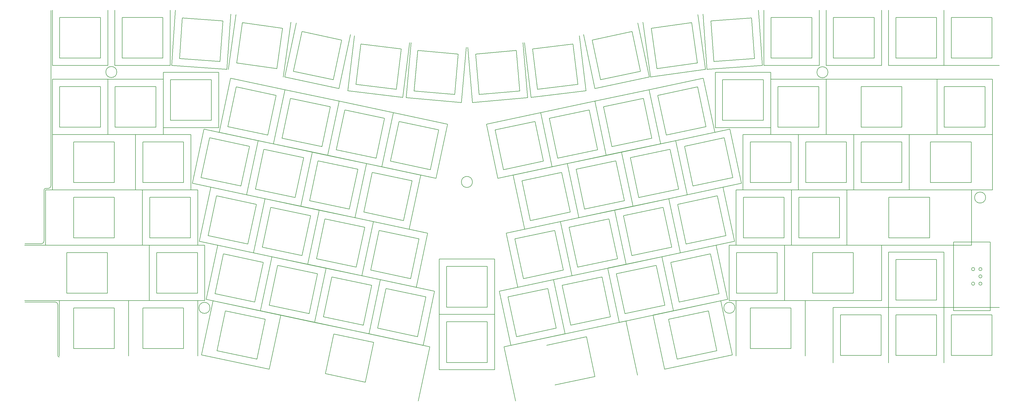
<source format=gbr>
%TF.GenerationSoftware,KiCad,Pcbnew,7.0.10*%
%TF.CreationDate,2024-01-28T19:05:54+01:00*%
%TF.ProjectId,Wonderland,576f6e64-6572-46c6-916e-642e6b696361,rev?*%
%TF.SameCoordinates,Original*%
%TF.FileFunction,Other,Comment*%
%FSLAX46Y46*%
G04 Gerber Fmt 4.6, Leading zero omitted, Abs format (unit mm)*
G04 Created by KiCad (PCBNEW 7.0.10) date 2024-01-28 19:05:54*
%MOMM*%
%LPD*%
G01*
G04 APERTURE LIST*
%ADD10C,0.200000*%
%ADD11C,0.150000*%
G04 APERTURE END LIST*
D10*
X173288785Y-167232303D02*
X173288785Y-181232303D01*
X359788064Y-142023072D02*
X357839641Y-128159319D01*
X439369751Y-205188553D02*
X458419751Y-205188553D01*
X199626285Y-183757303D02*
X180576285Y-183757303D01*
X185338785Y-202807303D02*
X185338785Y-221857303D01*
X351233486Y-129235999D02*
X354144250Y-142930066D01*
X436988501Y-202807303D02*
X436988501Y-221857303D01*
X427319751Y-205332303D02*
X427319751Y-219332303D01*
X271953485Y-135221987D02*
X270247314Y-149117633D01*
X415413501Y-148182303D02*
X415413501Y-162182303D01*
X171051285Y-140894803D02*
X152001285Y-140894803D01*
X403651001Y-202807303D02*
X436988501Y-202807303D01*
X301494893Y-229144803D02*
X301494893Y-243144803D01*
X311427079Y-135758988D02*
X312647259Y-149705714D01*
X384101001Y-221423242D02*
X365467289Y-225383960D01*
X262369388Y-194689945D02*
X281003100Y-198650662D01*
X250547901Y-153226033D02*
X246587183Y-171859745D01*
X291509433Y-136979169D02*
X290289253Y-150925894D01*
X332638118Y-147411463D02*
X318742472Y-149117633D01*
X281909761Y-176786381D02*
X268215695Y-173875617D01*
X467944751Y-202807303D02*
X425082251Y-202807303D01*
X424938501Y-181232303D02*
X410938501Y-181232303D01*
X436988501Y-221857303D02*
X403651001Y-221857303D01*
X455894751Y-207713553D02*
X455894751Y-221713553D01*
X185338785Y-221857303D02*
X185338785Y-202807303D01*
X386482251Y-201441503D02*
X367848539Y-205402221D01*
X328199866Y-233305395D02*
X309566154Y-237266113D01*
X439369751Y-224238553D02*
X458419751Y-224238553D01*
X284969893Y-207569803D02*
X304019893Y-207569803D01*
X256027420Y-193341918D02*
X237393709Y-189381200D01*
X475088501Y-164707303D02*
X475088501Y-183757303D01*
X149620035Y-183757303D02*
X182957535Y-183757303D01*
X327586316Y-211378811D02*
X313892250Y-214289575D01*
X250547901Y-153226033D02*
X269181613Y-157186751D01*
X338441885Y-153226033D02*
X342402603Y-171859745D01*
X237756300Y-129235999D02*
X251450367Y-132146763D01*
X284969893Y-226619803D02*
X304019893Y-226619803D01*
X148120035Y-202307335D02*
G75*
G03*
X149120035Y-201307303I-35J1000035D01*
G01*
X180576285Y-164707303D02*
X180576285Y-183757303D01*
X391888501Y-181232303D02*
X391888501Y-167232303D01*
X152001285Y-164707303D02*
X180576285Y-164707303D01*
X319808174Y-157186751D02*
X338441885Y-153226033D01*
X458563501Y-162182303D02*
X458563501Y-148182303D01*
X467944751Y-183757303D02*
X467944751Y-202807303D01*
X405888501Y-167232303D02*
X405888501Y-181232303D01*
X429988501Y-162182303D02*
X429988501Y-148182303D01*
X396007251Y-140894803D02*
X377003656Y-142223664D01*
X326620398Y-194689945D02*
X330581116Y-213323657D01*
X279423632Y-237266113D02*
X260789920Y-233305395D01*
X455894751Y-138369803D02*
X441894751Y-138369803D01*
X458419751Y-140894803D02*
X458419751Y-121844803D01*
X357139049Y-144874911D02*
X338505338Y-148835629D01*
X287494893Y-229144803D02*
X301494893Y-229144803D01*
X221754797Y-183475637D02*
X224665560Y-169781570D01*
X192982535Y-140894803D02*
X194311396Y-121891208D01*
X417938501Y-140894803D02*
X417938501Y-121844803D01*
X178195035Y-221857303D02*
X202007535Y-221857303D01*
X425082251Y-183757303D02*
X425082251Y-202807303D01*
X340450183Y-145840829D02*
X337539420Y-132146763D01*
X399032251Y-124369803D02*
X413032251Y-124369803D01*
X391888501Y-167232303D02*
X405888501Y-167232303D01*
X173288785Y-238382303D02*
X159288785Y-238382303D01*
X461769751Y-201722928D02*
X461769751Y-225322928D01*
X371703394Y-126210896D02*
X373651817Y-140074649D01*
X369793385Y-202407421D02*
X366882621Y-188713355D01*
X227046810Y-189763309D02*
X240740877Y-192674073D01*
X248759482Y-233329657D02*
X262453549Y-236240420D01*
X338505338Y-148835629D02*
X334544620Y-130201917D01*
X218759997Y-185420483D02*
X200126285Y-181459765D01*
X170907535Y-219332303D02*
X156907535Y-219332303D01*
X192626285Y-145801053D02*
X206626285Y-145801053D01*
X405888501Y-224382303D02*
X405888501Y-238382303D01*
X316544013Y-151931532D02*
X314222402Y-133023528D01*
X195677519Y-138552089D02*
X196654110Y-124586192D01*
X226517297Y-223439114D02*
X229428060Y-209745048D01*
X396363501Y-159801053D02*
X382363501Y-159801053D01*
X173288785Y-224382303D02*
X173288785Y-238382303D01*
X427463501Y-164707303D02*
X446513501Y-164707303D01*
X171051285Y-121844803D02*
X171051285Y-140894803D01*
X474944751Y-226763553D02*
X474944751Y-240763553D01*
X349214828Y-209362939D02*
X345254110Y-190729227D01*
X256351668Y-147411463D02*
X258057839Y-133515816D01*
X472563501Y-148182303D02*
X472563501Y-162182303D01*
X319808174Y-157186751D02*
X323768891Y-175820463D01*
X329967566Y-191397072D02*
X316273500Y-194307836D01*
X366269072Y-166786771D02*
X384902784Y-162826053D01*
X401126001Y-205332303D02*
X401126001Y-219332303D01*
X345254110Y-190729227D02*
X363887822Y-186768509D01*
X222720715Y-166786771D02*
X241354426Y-170747488D01*
X441894751Y-207713553D02*
X455894751Y-207713553D01*
X149620035Y-202807303D02*
X149620035Y-183757303D01*
X453801001Y-167232303D02*
X467801001Y-167232303D01*
X260789920Y-233305395D02*
X264750638Y-214671683D01*
X183101285Y-167232303D02*
X197101285Y-167232303D01*
X304019893Y-245669803D02*
X284969893Y-245669803D01*
X363887822Y-186768509D02*
X367848539Y-205402221D01*
X221577651Y-222389160D02*
X207883585Y-219478396D01*
X204087003Y-162826053D02*
X222720715Y-166786771D01*
X219725915Y-168731616D02*
X216815151Y-182425683D01*
X149620035Y-183257335D02*
G75*
G03*
X149120035Y-183757303I-35J-499965D01*
G01*
X239774959Y-209362939D02*
X243735676Y-190729227D01*
X446513501Y-183757303D02*
X446513501Y-164707303D01*
X246116926Y-210710966D02*
X242156209Y-229344678D01*
X382363501Y-159801053D02*
X382363501Y-145801053D01*
X367412135Y-222389160D02*
X364501371Y-208695094D01*
X206031848Y-165820853D02*
X219725915Y-168731616D01*
X227953471Y-167899028D02*
X209319760Y-163938310D01*
X417938501Y-145657303D02*
X456038501Y-145657303D01*
X190101285Y-143276053D02*
X209151285Y-143276053D01*
X339407803Y-169914900D02*
X325713737Y-172825663D01*
X243735676Y-190729227D02*
X239774959Y-209362939D01*
X251450367Y-132146763D02*
X248539603Y-145840829D01*
X329001648Y-174708206D02*
X347635360Y-170747488D01*
X469019751Y-216022929D02*
G75*
G03*
X467919755Y-216022929I-549998J0D01*
G01*
X467919755Y-216022929D02*
G75*
G03*
X469019751Y-216022929I549998J0D01*
G01*
X477469751Y-140894803D02*
X458419751Y-140894803D01*
X354144250Y-142930066D02*
X340450183Y-145840829D01*
X471519751Y-213522927D02*
G75*
G03*
X470419749Y-213522927I-550001J0D01*
G01*
X470419749Y-213522927D02*
G75*
G03*
X471519751Y-213522927I550001J0D01*
G01*
X329001648Y-174708206D02*
X332962366Y-193341918D01*
X237393709Y-189381200D02*
X218759997Y-185420483D01*
X209319760Y-163938310D02*
X213280477Y-145304598D01*
X168526285Y-148182303D02*
X168526285Y-162182303D01*
X149120035Y-201307303D02*
X149120035Y-183757303D01*
X403651001Y-221857303D02*
X403651001Y-202807303D01*
X471519751Y-211022928D02*
G75*
G03*
X470419751Y-211022928I-550000J0D01*
G01*
X470419751Y-211022928D02*
G75*
G03*
X471519751Y-211022928I550000J0D01*
G01*
X403651001Y-202807303D02*
X403651001Y-221857303D01*
X197101285Y-238382303D02*
X183101285Y-238382303D01*
X413319751Y-219332303D02*
X413319751Y-205332303D01*
X261403470Y-211378811D02*
X264314234Y-197684744D01*
X314328654Y-197302636D02*
X310367936Y-178668924D01*
X348778423Y-226349878D02*
X345867660Y-212655811D01*
X456038501Y-164707303D02*
X456038501Y-145657303D01*
X175957535Y-124369803D02*
X189957535Y-124369803D01*
X370229789Y-185420483D02*
X366269072Y-166786771D01*
X332525962Y-210328857D02*
X329615198Y-196634790D01*
X460944751Y-124369803D02*
X474944751Y-124369803D01*
X364324226Y-169781570D02*
X367234990Y-183475637D01*
X441894751Y-124369803D02*
X455894751Y-124369803D01*
X380140284Y-202789530D02*
X384101001Y-221423242D01*
X245151008Y-227399832D02*
X248061772Y-213705765D01*
X427463501Y-164707303D02*
X427463501Y-183757303D01*
X292584576Y-153661354D02*
X273607067Y-152001037D01*
X224488415Y-208695094D02*
X221577651Y-222389160D01*
X237393709Y-189381200D02*
X241354426Y-170747488D01*
X403651001Y-221857303D02*
X384601001Y-221857303D01*
X453513501Y-200282303D02*
X439513501Y-200282303D01*
X159288785Y-238382303D02*
X159288785Y-224382303D01*
X336497040Y-156220833D02*
X339407803Y-169914900D01*
X283854607Y-179781181D02*
X265220895Y-175820463D01*
X422844751Y-240763553D02*
X422844751Y-226763553D01*
X231914189Y-149265316D02*
X227953471Y-167899028D01*
X258408670Y-213323657D02*
X239774959Y-209362939D01*
X455894751Y-226763553D02*
X455894751Y-240763553D01*
X446513501Y-164707303D02*
X475088501Y-164707303D01*
X377003656Y-142223664D02*
X375674795Y-123220069D01*
X396507251Y-140894803D02*
X396507251Y-121844803D01*
X199482535Y-200282303D02*
X185482535Y-200282303D01*
X388863501Y-181459765D02*
X370229789Y-185420483D01*
X231150145Y-128159319D02*
X229201722Y-142023072D01*
X406032251Y-202807303D02*
X406032251Y-183757303D01*
X355130752Y-152260115D02*
X358041515Y-165954182D01*
X453801001Y-181232303D02*
X453801001Y-167232303D01*
X373651817Y-140074649D02*
X359788064Y-142023072D01*
X386982251Y-183757303D02*
X406032251Y-183757303D01*
X183101285Y-181232303D02*
X183101285Y-167232303D01*
X159288785Y-167232303D02*
X173288785Y-167232303D01*
X239774959Y-209362939D02*
X221141247Y-205402221D01*
X287494893Y-243144803D02*
X287494893Y-229144803D01*
X187576285Y-148182303D02*
X187576285Y-162182303D01*
X182957535Y-202807303D02*
X149620035Y-202807303D01*
X330931947Y-133515816D02*
X332638118Y-147411463D01*
X364501371Y-208695094D02*
X378195438Y-205784330D01*
X210620007Y-125562783D02*
X209643416Y-139528680D01*
X327233948Y-216616529D02*
X340928014Y-213705765D01*
X362472490Y-223439114D02*
X348778423Y-226349878D01*
X304019893Y-226619803D02*
X304019893Y-245669803D01*
X200126285Y-181459765D02*
X204087003Y-162826053D01*
X436844751Y-226763553D02*
X436844751Y-240763553D01*
X273607067Y-152001037D02*
X275267384Y-133023528D01*
X211492059Y-225408221D02*
X225186125Y-228318985D01*
X401126001Y-219332303D02*
X387126001Y-219332303D01*
X192482535Y-121844803D02*
X192482535Y-140894803D01*
X205502335Y-199496658D02*
X208413098Y-185802591D01*
X238359627Y-172692334D02*
X235448863Y-186386401D01*
X237830113Y-206368139D02*
X224136047Y-203457375D01*
X441894751Y-138369803D02*
X441894751Y-124369803D01*
X422557251Y-200282303D02*
X408557251Y-200282303D01*
X446513501Y-164707303D02*
X446513501Y-183757303D01*
X277042382Y-217284374D02*
X258408670Y-213323657D01*
X460944751Y-240763553D02*
X460944751Y-226763553D01*
X225101965Y-186768509D02*
X221141247Y-205402221D01*
X366882621Y-188713355D02*
X380576688Y-185802591D01*
X378195438Y-205784330D02*
X381106202Y-219478396D01*
X213314991Y-123220069D02*
X211986130Y-142223664D01*
X357075597Y-149265316D02*
X361036315Y-167899028D01*
X384601001Y-202807303D02*
X403651001Y-202807303D01*
X216815151Y-182425683D02*
X203121085Y-179514919D01*
X366269072Y-166786771D02*
X370229789Y-185420483D01*
X389363501Y-183757303D02*
X389363501Y-164707303D01*
X332962366Y-193341918D02*
X314328654Y-197302636D01*
X173432535Y-140894803D02*
X173432535Y-121844803D01*
X274767384Y-133023528D02*
X272445773Y-151931532D01*
X229428060Y-209745048D02*
X243122127Y-212655811D01*
X262453549Y-236240420D02*
X259542785Y-249934487D01*
X263276049Y-172825663D02*
X249581983Y-169914900D01*
X180576285Y-164707303D02*
X199626285Y-164707303D01*
X183101285Y-224382303D02*
X197101285Y-224382303D01*
X386982251Y-221857303D02*
X410794751Y-221857303D01*
X425082251Y-183757303D02*
X467944751Y-183757303D01*
X471519751Y-216022927D02*
G75*
G03*
X470419753Y-216022927I-549999J0D01*
G01*
X470419753Y-216022927D02*
G75*
G03*
X471519751Y-216022927I549999J0D01*
G01*
X209151285Y-162326053D02*
X190101285Y-162326053D01*
X458419751Y-121844803D02*
X458419751Y-140894803D01*
X474319751Y-225322928D02*
X474319751Y-201722928D01*
X262369388Y-194689945D02*
X258408670Y-213323657D01*
X283384350Y-218632401D02*
X279423632Y-237266113D01*
X154526285Y-124369803D02*
X168526285Y-124369803D01*
X224665560Y-169781570D02*
X238359627Y-172692334D01*
X246116926Y-210710966D02*
X264750638Y-214671683D01*
X242156209Y-229344678D02*
X246116926Y-210710966D01*
X171051285Y-164707303D02*
X152001285Y-164707303D01*
X173288785Y-181232303D02*
X159288785Y-181232303D01*
X408413501Y-183757303D02*
X389363501Y-183757303D01*
X277562707Y-135758988D02*
X291509433Y-136979169D01*
X256993338Y-176653052D02*
X254082575Y-190347118D01*
X410794751Y-221857303D02*
X410794751Y-240907303D01*
X301174462Y-161147469D02*
X319808174Y-157186751D01*
X321877810Y-237230600D02*
X335571876Y-234319836D01*
X439369751Y-140894803D02*
X439369751Y-121844803D01*
X391888501Y-238382303D02*
X391888501Y-224382303D01*
X281003100Y-198650662D02*
X277042382Y-217284374D01*
X213280477Y-145304598D02*
X231914189Y-149265316D01*
X335571876Y-234319836D02*
X338482640Y-248013902D01*
X256463825Y-210328857D02*
X242769758Y-207418093D01*
X406032251Y-183757303D02*
X425082251Y-183757303D01*
X316273500Y-194307836D02*
X313362736Y-180613770D01*
X347635360Y-170747488D02*
X351596078Y-189381200D01*
X246587183Y-171859745D02*
X250547901Y-153226033D01*
X406032251Y-202807303D02*
X386982251Y-202807303D01*
X296405210Y-153661354D02*
X294744893Y-134683845D01*
X266186813Y-159131597D02*
X263276049Y-172825663D01*
X287494893Y-210094803D02*
X301494893Y-210094803D01*
X353178332Y-126241200D02*
X357139049Y-144874911D01*
X471519751Y-216022928D02*
G75*
G03*
X470419751Y-216022928I-550000J0D01*
G01*
X470419751Y-216022928D02*
G75*
G03*
X471519751Y-216022928I550000J0D01*
G01*
X244642337Y-168864946D02*
X230948271Y-165954182D01*
X242769758Y-207418093D02*
X245680522Y-193724027D01*
X349162792Y-228849588D02*
X353123509Y-247483300D01*
X358479648Y-226869229D02*
X381771787Y-221918332D01*
X410938501Y-167232303D02*
X424938501Y-167232303D01*
X241354426Y-170747488D02*
X259988138Y-174708206D01*
X197101285Y-181232303D02*
X183101285Y-181232303D01*
X253537769Y-149609922D02*
X255859380Y-130701917D01*
X284969893Y-245669803D02*
X284969893Y-226619803D01*
X385868702Y-179514919D02*
X372174635Y-182425683D01*
X382363501Y-145801053D02*
X396363501Y-145801053D01*
X261932984Y-177703006D02*
X275627050Y-180613770D01*
X350630160Y-172692334D02*
X364324226Y-169781570D01*
X189957535Y-138369803D02*
X175957535Y-138369803D01*
X275627050Y-180613770D02*
X272716287Y-194307836D01*
X348601278Y-187436355D02*
X334907212Y-190347118D01*
X391888501Y-224382303D02*
X405888501Y-224382303D01*
X287494893Y-224094803D02*
X287494893Y-210094803D01*
X381106202Y-219478396D02*
X367412135Y-222389160D01*
X376675227Y-161993464D02*
X362981161Y-164904228D01*
X398888501Y-164707303D02*
X398888501Y-145657303D01*
X151501285Y-182257303D02*
X151501285Y-121944803D01*
X241354426Y-170747488D02*
X237393709Y-189381200D01*
X467801001Y-181232303D02*
X453801001Y-181232303D01*
X469019751Y-216022928D02*
G75*
G03*
X467919751Y-216022928I-550000J0D01*
G01*
X467919751Y-216022928D02*
G75*
G03*
X469019751Y-216022928I550000J0D01*
G01*
X323768891Y-175820463D02*
X319808174Y-157186751D01*
X345690514Y-173742288D02*
X348601278Y-187436355D01*
X413319751Y-205332303D02*
X427319751Y-205332303D01*
X206626285Y-145801053D02*
X206626285Y-159801053D01*
X260789920Y-233305395D02*
X242156209Y-229344678D01*
X434463501Y-124369803D02*
X434463501Y-138369803D01*
X187863785Y-205332303D02*
X201863785Y-205332303D01*
X245680522Y-193724027D02*
X259374588Y-196634790D01*
X325205066Y-231360550D02*
X311511000Y-234271313D01*
X342872860Y-210710966D02*
X361506572Y-206750248D01*
X427463501Y-183757303D02*
X408413501Y-183757303D01*
X370229789Y-185420483D02*
X351596078Y-189381200D01*
X159288785Y-181232303D02*
X159288785Y-167232303D01*
X413032251Y-124369803D02*
X413032251Y-138369803D01*
X152001285Y-140894803D02*
X152001285Y-121844803D01*
X420463501Y-138369803D02*
X420463501Y-124369803D01*
X173576285Y-148182303D02*
X187576285Y-148182303D01*
X171051285Y-164707303D02*
X171051285Y-145657303D01*
X420319751Y-243288553D02*
X420319751Y-224238553D01*
X427319751Y-219332303D02*
X413319751Y-219332303D01*
X351596078Y-189381200D02*
X332962366Y-193341918D01*
X217286393Y-126210896D02*
X231150145Y-128159319D01*
X171051285Y-145657303D02*
X171051285Y-164707303D01*
X183101285Y-238382303D02*
X183101285Y-224382303D01*
X207883585Y-219478396D02*
X210794348Y-205784330D01*
X349214828Y-209362939D02*
X330581116Y-213323657D01*
X249581983Y-169914900D02*
X252492747Y-156220833D01*
X382957938Y-165820853D02*
X385868702Y-179514919D01*
X443988501Y-148182303D02*
X443988501Y-162182303D01*
X247553101Y-155170879D02*
X244642337Y-168864946D01*
X434463501Y-138369803D02*
X420463501Y-138369803D01*
X298700533Y-150925894D02*
X297480353Y-136979169D01*
X456038501Y-145657303D02*
X456038501Y-164707303D01*
X342402603Y-171859745D02*
X338441885Y-153226033D01*
X270247314Y-149117633D02*
X256351668Y-147411463D01*
X243122127Y-212655811D02*
X240211363Y-226349878D01*
X276342527Y-149705714D02*
X277562707Y-135758988D01*
X331996448Y-176653052D02*
X345690514Y-173742288D01*
X230510139Y-226869229D02*
X281752846Y-237761203D01*
X324239148Y-214671683D02*
X328199866Y-233305395D01*
X159288785Y-200282303D02*
X159288785Y-186282303D01*
X305135180Y-179781181D02*
X301174462Y-161147469D01*
X202507535Y-201441503D02*
X206468253Y-182807792D01*
X234845537Y-142930066D02*
X237756300Y-129235999D01*
X202007535Y-202807303D02*
X182957535Y-202807303D01*
X379670027Y-163938310D02*
X361036315Y-167899028D01*
X357075597Y-149265316D02*
X375709309Y-145304598D01*
X215225323Y-148299398D02*
X228919389Y-151210161D01*
X408413501Y-164707303D02*
X427463501Y-164707303D01*
X324675552Y-197684744D02*
X327586316Y-211378811D01*
X287815324Y-161147469D02*
X283854607Y-179781181D01*
X152001285Y-183757303D02*
X152001285Y-164707303D01*
X467801001Y-167232303D02*
X467801001Y-181232303D01*
X192626285Y-159801053D02*
X192626285Y-145801053D01*
X446513501Y-183757303D02*
X427463501Y-183757303D01*
X408413501Y-183757303D02*
X408413501Y-164707303D01*
X379838501Y-143276053D02*
X398888501Y-143276053D01*
X284820525Y-163092315D02*
X281909761Y-176786381D01*
X398888501Y-143276053D02*
X398888501Y-162326053D01*
X341436685Y-155170879D02*
X355130752Y-152260115D01*
X272716287Y-194307836D02*
X259022220Y-191397072D01*
X235448863Y-186386401D02*
X221754797Y-183475637D01*
X474944751Y-138369803D02*
X460944751Y-138369803D01*
X182957535Y-183757303D02*
X202007535Y-183757303D01*
X403507251Y-186282303D02*
X403507251Y-200282303D01*
X203257281Y-240552044D02*
X207217999Y-221918332D01*
X226008626Y-164904228D02*
X212314559Y-161993464D01*
X441894751Y-221713553D02*
X441894751Y-207713553D01*
X208581295Y-239102288D02*
X211492059Y-225408221D01*
X182957535Y-202807303D02*
X182957535Y-183757303D01*
X185338785Y-202807303D02*
X204388785Y-202807303D01*
X381771787Y-221918332D02*
X385732505Y-240552044D01*
X322802973Y-159131597D02*
X336497040Y-156220833D01*
X475088501Y-164707303D02*
X456038501Y-164707303D01*
X312647259Y-149705714D02*
X298700533Y-150925894D01*
X209643416Y-139528680D02*
X195677519Y-138552089D01*
X307986686Y-198650662D02*
X326620398Y-194689945D01*
X471519749Y-211022929D02*
G75*
G03*
X470419755Y-211022929I-549997J0D01*
G01*
X470419755Y-211022929D02*
G75*
G03*
X471519749Y-211022929I549997J0D01*
G01*
X367234990Y-183475637D02*
X353540923Y-186386401D01*
X338482640Y-248013902D02*
X324788573Y-250924666D01*
X393312267Y-138552089D02*
X379346370Y-139528680D01*
X207217999Y-221918332D02*
X230510139Y-226869229D01*
X243299272Y-173742288D02*
X256993338Y-176653052D01*
X344347449Y-168864946D02*
X341436685Y-155170879D01*
X361506572Y-206750248D02*
X365467289Y-225383960D01*
X230948271Y-165954182D02*
X233859035Y-152260115D01*
X301494893Y-243144803D02*
X287494893Y-243144803D01*
X439369751Y-224238553D02*
X439369751Y-205188553D01*
X275097537Y-214289575D02*
X261403470Y-211378811D01*
X351159673Y-206368139D02*
X348248910Y-192674073D01*
X171051285Y-145657303D02*
X190101285Y-145657303D01*
X460944751Y-138369803D02*
X460944751Y-124369803D01*
X455894751Y-240763553D02*
X441894751Y-240763553D01*
X337539420Y-132146763D02*
X351233486Y-129235999D01*
X375709309Y-145304598D02*
X379670027Y-163938310D01*
X223522497Y-225383960D02*
X227483215Y-206750248D01*
X469019751Y-211022928D02*
G75*
G03*
X467919751Y-211022928I-550000J0D01*
G01*
X467919751Y-211022928D02*
G75*
G03*
X469019751Y-211022928I550000J0D01*
G01*
X422844751Y-226763553D02*
X436844751Y-226763553D01*
X175957535Y-138369803D02*
X175957535Y-124369803D01*
X417938501Y-145657303D02*
X417938501Y-164707303D01*
X408557251Y-186282303D02*
X422557251Y-186282303D01*
X269181613Y-157186751D02*
X287815324Y-161147469D01*
X326620398Y-194689945D02*
X345254110Y-190729227D01*
X366714425Y-242013051D02*
X363803661Y-228318985D01*
X334907212Y-190347118D02*
X331996448Y-176653052D01*
X277478787Y-234271313D02*
X263784720Y-231360550D01*
X271126458Y-160181551D02*
X284820525Y-163092315D01*
X408413501Y-164707303D02*
X408413501Y-183757303D01*
X394678390Y-121891208D02*
X396007251Y-140894803D01*
X221141247Y-205402221D02*
X225101965Y-186768509D01*
X231914189Y-149265316D02*
X250547901Y-153226033D01*
X361036315Y-167899028D02*
X357075597Y-149265316D01*
X173576285Y-162182303D02*
X173576285Y-148182303D01*
X420319751Y-224238553D02*
X439369751Y-224238553D01*
X311947404Y-217284374D02*
X307986686Y-198650662D01*
X185338785Y-221857303D02*
X142476285Y-221857303D01*
X387126001Y-205332303D02*
X401126001Y-205332303D01*
X379838501Y-162326053D02*
X379838501Y-143276053D01*
X243735676Y-190729227D02*
X262369388Y-194689945D01*
X475088501Y-145657303D02*
X475088501Y-164707303D01*
X378369780Y-125562783D02*
X392335676Y-124586192D01*
X399032251Y-138369803D02*
X399032251Y-124369803D01*
X351596078Y-189381200D02*
X347635360Y-170747488D01*
X258845075Y-230310596D02*
X245151008Y-227399832D01*
X405888501Y-181232303D02*
X391888501Y-181232303D01*
X197101285Y-167232303D02*
X197101285Y-181232303D01*
X152882535Y-222357303D02*
X142576285Y-222357303D01*
X357839641Y-128159319D02*
X371703394Y-126210896D01*
X259988138Y-174708206D02*
X278621850Y-178668924D01*
X359561726Y-209745048D02*
X362472490Y-223439114D01*
X227953471Y-167899028D02*
X231914189Y-149265316D01*
X202007535Y-221857303D02*
X202007535Y-240907303D01*
X415557251Y-140894803D02*
X396507251Y-140894803D01*
X152001285Y-164707303D02*
X152001285Y-145657303D01*
X458419751Y-224238553D02*
X477469751Y-224238553D01*
X361506572Y-206750248D02*
X380140284Y-202789530D01*
X367848539Y-205402221D02*
X349214828Y-209362939D01*
X313362736Y-180613770D02*
X327056802Y-177703006D01*
X159288785Y-224382303D02*
X173288785Y-224382303D01*
X173288785Y-186282303D02*
X173288785Y-200282303D01*
X439513501Y-186282303D02*
X453513501Y-186282303D01*
X265220895Y-175820463D02*
X246587183Y-171859745D01*
X208413098Y-185802591D02*
X222107165Y-188713355D01*
X460944751Y-226763553D02*
X474944751Y-226763553D01*
X346220028Y-207418093D02*
X332525962Y-210328857D01*
X343838778Y-227399832D02*
X330144712Y-230310596D01*
X333130406Y-130701917D02*
X335452017Y-149609922D01*
X221141247Y-205402221D02*
X202507535Y-201441503D01*
X307236940Y-237761203D02*
X349162792Y-228849588D01*
X373852409Y-123359057D02*
X376503656Y-142223664D01*
X234001984Y-126010305D02*
X231350737Y-144874911D01*
X187863785Y-219332303D02*
X187863785Y-205332303D01*
X154382535Y-240907303D02*
X154382535Y-221857303D01*
X453513501Y-186282303D02*
X453513501Y-200282303D01*
X301494893Y-224094803D02*
X287494893Y-224094803D01*
X199482535Y-186282303D02*
X199482535Y-200282303D01*
X330144712Y-230310596D02*
X327233948Y-216616529D01*
X240740877Y-192674073D02*
X237830113Y-206368139D01*
X304019893Y-226619803D02*
X284969893Y-226619803D01*
X305605436Y-218632401D02*
X324239148Y-214671683D01*
X173288785Y-200282303D02*
X159288785Y-200282303D01*
X380408491Y-239102288D02*
X366714425Y-242013051D01*
X474944751Y-240763553D02*
X460944751Y-240763553D01*
X343309264Y-193724027D02*
X346220028Y-207418093D01*
X180576285Y-183757303D02*
X180576285Y-164707303D01*
X330581116Y-213323657D02*
X311947404Y-217284374D01*
X405888501Y-238382303D02*
X391888501Y-238382303D01*
X274661132Y-197302636D02*
X256027420Y-193341918D01*
X153882597Y-223357303D02*
G75*
G03*
X152882535Y-222357303I-1000097J-97D01*
G01*
X332962366Y-193341918D02*
X329001648Y-174708206D01*
X443988501Y-181232303D02*
X429988501Y-181232303D01*
X226549421Y-245502941D02*
X230510139Y-226869229D01*
X401413501Y-162182303D02*
X401413501Y-148182303D01*
X272445773Y-151931532D02*
X253537769Y-149609922D01*
X187576285Y-162182303D02*
X173576285Y-162182303D01*
X458419751Y-205188553D02*
X458419751Y-224238553D01*
X439369751Y-243288553D02*
X439369751Y-224238553D01*
X196654110Y-124586192D02*
X210620007Y-125562783D01*
X385732505Y-240552044D02*
X362440365Y-245502941D01*
X455894751Y-221713553D02*
X441894751Y-221713553D01*
X313892250Y-214289575D02*
X310981486Y-200595508D01*
X256027420Y-193341918D02*
X259988138Y-174708206D01*
X230510139Y-226869229D02*
X226549421Y-245502941D01*
X265220895Y-175820463D02*
X269181613Y-157186751D01*
X301494893Y-210094803D02*
X301494893Y-224094803D01*
X325713737Y-172825663D02*
X322802973Y-159131597D01*
X342402603Y-171859745D02*
X323768891Y-175820463D01*
X338441885Y-153226033D02*
X357075597Y-149265316D01*
X362440365Y-245502941D02*
X358479648Y-226869229D01*
X347635360Y-170747488D02*
X366269072Y-166786771D01*
X201863785Y-219332303D02*
X187863785Y-219332303D01*
X413032251Y-138369803D02*
X399032251Y-138369803D01*
X250484449Y-148835629D02*
X231850737Y-144874911D01*
X372174635Y-182425683D02*
X369263871Y-168731616D01*
X212486130Y-142223664D02*
X215137378Y-123359057D01*
X340928014Y-213705765D02*
X343838778Y-227399832D01*
X425082251Y-202807303D02*
X406032251Y-202807303D01*
X322294302Y-217666483D02*
X325205066Y-231360550D01*
X461769751Y-225322928D02*
X474319751Y-225322928D01*
X168526285Y-124369803D02*
X168526285Y-138369803D01*
X204388785Y-221857303D02*
X185338785Y-221857303D01*
X210794348Y-205784330D02*
X224488415Y-208695094D01*
X386982251Y-202807303D02*
X386982251Y-183757303D01*
X211986130Y-142223664D02*
X192982535Y-140894803D01*
X367848539Y-205402221D02*
X363887822Y-186768509D01*
X369263871Y-168731616D02*
X382957938Y-165820853D01*
X264314234Y-197684744D02*
X278008300Y-200595508D01*
X346833578Y-229344678D02*
X342872860Y-210710966D01*
X441894751Y-240763553D02*
X441894751Y-226763553D01*
X315382719Y-152001037D02*
X296405210Y-153661354D01*
X436988501Y-140894803D02*
X417938501Y-140894803D01*
X246587183Y-171859745D02*
X227953471Y-167899028D01*
X357639049Y-144874911D02*
X354987802Y-126010305D01*
X396363501Y-145801053D02*
X396363501Y-159801053D01*
X268215695Y-173875617D02*
X271126458Y-160181551D01*
X240388508Y-187436355D02*
X243299272Y-173742288D01*
X429988501Y-148182303D02*
X443988501Y-148182303D01*
X258408670Y-213323657D02*
X262369388Y-194689945D01*
X156907535Y-219332303D02*
X156907535Y-205332303D01*
X222275361Y-242013051D02*
X208581295Y-239102288D01*
X311511000Y-234271313D02*
X308600236Y-220577247D01*
X439513501Y-200282303D02*
X439513501Y-186282303D01*
X178195035Y-221857303D02*
X178195035Y-240907303D01*
X208849503Y-202789530D02*
X227483215Y-206750248D01*
X259374588Y-196634790D02*
X256463825Y-210328857D01*
X212314559Y-161993464D02*
X215225323Y-148299398D01*
X313722402Y-133023528D02*
X315382719Y-152001037D01*
X224136047Y-203457375D02*
X227046810Y-189763309D01*
X297480353Y-136979169D02*
X311427079Y-135758988D01*
X223522497Y-225383960D02*
X204888785Y-221423242D01*
X379346370Y-139528680D02*
X378369780Y-125562783D01*
X201863785Y-205332303D02*
X201863785Y-219332303D01*
X197101285Y-224382303D02*
X197101285Y-238382303D01*
X363887822Y-186768509D02*
X382521534Y-182807792D01*
X380576688Y-185802591D02*
X383487452Y-199496658D01*
X427463501Y-183757303D02*
X427463501Y-164707303D01*
X360070397Y-151210161D02*
X373764463Y-148299398D01*
X225186125Y-228318985D02*
X222275361Y-242013051D01*
X248539603Y-145840829D02*
X234845537Y-142930066D01*
X206626285Y-159801053D02*
X192626285Y-159801053D01*
X259542785Y-249934487D02*
X245848719Y-247023723D01*
X240211363Y-226349878D02*
X226517297Y-223439114D01*
X363803661Y-228318985D02*
X377497728Y-225408221D01*
X408557251Y-200282303D02*
X408557251Y-186282303D01*
X190101285Y-162326053D02*
X190101285Y-143276053D01*
X182957535Y-183757303D02*
X182957535Y-202807303D01*
X159288785Y-186282303D02*
X173288785Y-186282303D01*
X281752846Y-237761203D02*
X277792128Y-256394914D01*
X222107165Y-188713355D02*
X219196401Y-202407421D01*
X403507251Y-200282303D02*
X389507251Y-200282303D01*
X429988501Y-181232303D02*
X429988501Y-167232303D01*
X320774092Y-173875617D02*
X307080025Y-176786381D01*
X361942976Y-189763309D02*
X364853740Y-203457375D01*
X154526285Y-138369803D02*
X154526285Y-124369803D01*
X254445166Y-130201917D02*
X250484449Y-148835629D01*
X304169262Y-163092315D02*
X317863328Y-160181551D01*
X376503656Y-142223664D02*
X357639049Y-144874911D01*
X264750638Y-214671683D02*
X283384350Y-218632401D01*
X475088501Y-183757303D02*
X446513501Y-183757303D01*
X153882535Y-240807303D02*
X153882535Y-223357303D01*
X424938501Y-167232303D02*
X424938501Y-181232303D01*
X439369751Y-224238553D02*
X439369751Y-243288553D01*
X294244893Y-134683845D02*
X292584576Y-153661354D01*
X389363501Y-164707303D02*
X408413501Y-164707303D01*
X323768891Y-175820463D02*
X305135180Y-179781181D01*
X231850737Y-144874911D02*
X235811455Y-126241200D01*
X387126001Y-219332303D02*
X387126001Y-205332303D01*
X377497728Y-225408221D02*
X380408491Y-239102288D01*
X189957535Y-124369803D02*
X189957535Y-138369803D01*
X185482535Y-186282303D02*
X199482535Y-186282303D01*
X392335676Y-124586192D02*
X393312267Y-138552089D01*
X348248910Y-192674073D02*
X361942976Y-189763309D01*
X252492747Y-156220833D02*
X266186813Y-159131597D01*
X373764463Y-148299398D02*
X376675227Y-161993464D01*
X233859035Y-152260115D02*
X247553101Y-155170879D01*
X190101285Y-145657303D02*
X190101285Y-164707303D01*
X154382535Y-221857303D02*
X178195035Y-221857303D01*
X429988501Y-167232303D02*
X443988501Y-167232303D01*
X443988501Y-162182303D02*
X429988501Y-162182303D01*
X264750638Y-214671683D02*
X260789920Y-233305395D01*
X422557251Y-186282303D02*
X422557251Y-200282303D01*
X149620035Y-183257303D02*
X150501285Y-183257303D01*
X406032251Y-183757303D02*
X406032251Y-202807303D01*
X227483215Y-206750248D02*
X246116926Y-210710966D01*
X154526285Y-148182303D02*
X168526285Y-148182303D01*
X199626285Y-164707303D02*
X199626285Y-183757303D01*
X317036301Y-135221987D02*
X330931947Y-133515816D01*
X318742472Y-149117633D02*
X317036301Y-135221987D01*
X278008300Y-200595508D02*
X275097537Y-214289575D01*
X436844751Y-240763553D02*
X422844751Y-240763553D01*
X290289253Y-150925894D02*
X276342527Y-149705714D01*
X204388785Y-202807303D02*
X204388785Y-221857303D01*
X202007535Y-183757303D02*
X202007535Y-202807303D01*
X219196401Y-202407421D02*
X205502335Y-199496658D01*
X215337969Y-140074649D02*
X217286393Y-126210896D01*
X410938501Y-181232303D02*
X410938501Y-167232303D01*
X345254110Y-190729227D02*
X349214828Y-209362939D01*
X398888501Y-145657303D02*
X417938501Y-145657303D01*
X168526285Y-138369803D02*
X154526285Y-138369803D01*
X309566154Y-237266113D02*
X305605436Y-218632401D01*
X417938501Y-164707303D02*
X398888501Y-164707303D01*
X361036315Y-167899028D02*
X342402603Y-171859745D01*
X327056802Y-177703006D02*
X329967566Y-191397072D01*
X386982251Y-240907303D02*
X386982251Y-221857303D01*
X254082575Y-190347118D02*
X240388508Y-187436355D01*
X365467289Y-225383960D02*
X346833578Y-229344678D01*
X458419751Y-140894803D02*
X439369751Y-140894803D01*
X458563501Y-148182303D02*
X472563501Y-148182303D01*
X280389550Y-220577247D02*
X277478787Y-234271313D01*
X311197658Y-256394914D02*
X307236940Y-237761203D01*
X455894751Y-124369803D02*
X455894751Y-138369803D01*
X209151285Y-143276053D02*
X209151285Y-162326053D01*
X228919389Y-151210161D02*
X226008626Y-164904228D01*
X335452017Y-149609922D02*
X316544013Y-151931532D01*
X353540923Y-186386401D02*
X350630160Y-172692334D01*
X417938501Y-164707303D02*
X417938501Y-145657303D01*
X365467289Y-225383960D02*
X361506572Y-206750248D01*
X329615198Y-196634790D02*
X343309264Y-193724027D01*
X401413501Y-148182303D02*
X415413501Y-148182303D01*
X384601001Y-221857303D02*
X384601001Y-202807303D01*
X142576285Y-202307303D02*
X148120035Y-202307303D01*
X472563501Y-162182303D02*
X458563501Y-162182303D01*
X345867660Y-212655811D02*
X359561726Y-209745048D01*
X190101285Y-164707303D02*
X171051285Y-164707303D01*
X308600236Y-220577247D02*
X322294302Y-217666483D01*
X258057839Y-133515816D02*
X271953485Y-135221987D01*
X269181613Y-157186751D02*
X265220895Y-175820463D01*
X458419751Y-243288553D02*
X458419751Y-224238553D01*
X425082251Y-202807303D02*
X425082251Y-183757303D01*
X192482535Y-140894803D02*
X173432535Y-140894803D01*
X204888785Y-221423242D02*
X208849503Y-202789530D01*
X474944751Y-124369803D02*
X474944751Y-138369803D01*
X259988138Y-174708206D02*
X256027420Y-193341918D01*
X226549421Y-245502941D02*
X203257281Y-240552044D01*
X384902784Y-162826053D02*
X388863501Y-181459765D01*
X263784720Y-231360550D02*
X266695484Y-217666483D01*
X458419751Y-224238553D02*
X458419751Y-243288553D01*
X222720715Y-166786771D02*
X218759997Y-185420483D01*
X229201722Y-142023072D02*
X215337969Y-140074649D01*
X389507251Y-200282303D02*
X389507251Y-186282303D01*
X304019893Y-207569803D02*
X304019893Y-226619803D01*
X398888501Y-162326053D02*
X379838501Y-162326053D01*
X153882597Y-240807303D02*
G75*
G03*
X154382535Y-241307303I499903J-97D01*
G01*
X150501285Y-183257285D02*
G75*
G03*
X151501285Y-182257303I15J999985D01*
G01*
X245848719Y-247023723D02*
X248759482Y-233329657D01*
X441894751Y-226763553D02*
X455894751Y-226763553D01*
X218759997Y-185420483D02*
X222720715Y-166786771D01*
X415557251Y-121844803D02*
X415557251Y-140894803D01*
X469019752Y-211022928D02*
G75*
G03*
X467919748Y-211022928I-550002J0D01*
G01*
X467919748Y-211022928D02*
G75*
G03*
X469019752Y-211022928I550002J0D01*
G01*
X383487452Y-199496658D02*
X369793385Y-202407421D01*
X206468253Y-182807792D02*
X225101965Y-186768509D01*
X156907535Y-205332303D02*
X170907535Y-205332303D01*
X458419751Y-224238553D02*
X439369751Y-224238553D01*
X152001285Y-145657303D02*
X171051285Y-145657303D01*
X170907535Y-205332303D02*
X170907535Y-219332303D01*
X142476285Y-202807303D02*
X185338785Y-202807303D01*
X474319751Y-201722928D02*
X461769751Y-201722928D01*
X389507251Y-186282303D02*
X403507251Y-186282303D01*
X259022220Y-191397072D02*
X261932984Y-177703006D01*
X203121085Y-179514919D02*
X206031848Y-165820853D01*
X471519751Y-213522928D02*
G75*
G03*
X470419751Y-213522928I-550000J0D01*
G01*
X470419751Y-213522928D02*
G75*
G03*
X471519751Y-213522928I550000J0D01*
G01*
X310981486Y-200595508D02*
X324675552Y-197684744D01*
X180576285Y-183757303D02*
X152001285Y-183757303D01*
X266695484Y-217666483D02*
X280389550Y-220577247D01*
X415413501Y-162182303D02*
X401413501Y-162182303D01*
X317863328Y-160181551D02*
X320774092Y-173875617D01*
X310367936Y-178668924D02*
X329001648Y-174708206D01*
X436988501Y-121844803D02*
X436988501Y-140894803D01*
X185482535Y-200282303D02*
X185482535Y-186282303D01*
X178195035Y-240907303D02*
X178195035Y-221857303D01*
X420463501Y-124369803D02*
X434463501Y-124369803D01*
X307080025Y-176786381D02*
X304169262Y-163092315D01*
X278621850Y-178668924D02*
X274661132Y-197302636D01*
X443988501Y-167232303D02*
X443988501Y-181232303D01*
X261755838Y-216616529D02*
X258845075Y-230310596D01*
X358041515Y-165954182D02*
X344347449Y-168864946D01*
X242156209Y-229344678D02*
X223522497Y-225383960D01*
X225101965Y-186768509D02*
X243735676Y-190729227D01*
X382521534Y-182807792D02*
X386482251Y-201441503D01*
X154526285Y-162182303D02*
X154526285Y-148182303D01*
X456038501Y-145657303D02*
X475088501Y-145657303D01*
X330581116Y-213323657D02*
X326620398Y-194689945D01*
X362981161Y-164904228D02*
X360070397Y-151210161D01*
X364853740Y-203457375D02*
X351159673Y-206368139D01*
X248061772Y-213705765D02*
X261755838Y-216616529D01*
X284969893Y-226619803D02*
X284969893Y-207569803D01*
X168526285Y-162182303D02*
X154526285Y-162182303D01*
X456038501Y-164707303D02*
X417938501Y-164707303D01*
D11*
%TO.C,MountTopMiddle6*%
X472766285Y-186384803D02*
G75*
G03*
X468966285Y-186384803I-1900000J0D01*
G01*
X468966285Y-186384803D02*
G75*
G03*
X472766285Y-186384803I1900000J0D01*
G01*
%TO.C,MountTopMiddle4*%
X386576285Y-224324803D02*
G75*
G03*
X382776285Y-224324803I-1900000J0D01*
G01*
X382776285Y-224324803D02*
G75*
G03*
X386576285Y-224324803I1900000J0D01*
G01*
%TO.C,MountTopMiddle1*%
X174156285Y-143174803D02*
G75*
G03*
X170356285Y-143174803I-1900000J0D01*
G01*
X170356285Y-143174803D02*
G75*
G03*
X174156285Y-143174803I1900000J0D01*
G01*
%TO.C,MountTopMiddle3*%
X296375000Y-181015000D02*
G75*
G03*
X292575000Y-181015000I-1900000J0D01*
G01*
X292575000Y-181015000D02*
G75*
G03*
X296375000Y-181015000I1900000J0D01*
G01*
%TO.C,MountTopMiddle5*%
X418576285Y-143254803D02*
G75*
G03*
X414776285Y-143254803I-1900000J0D01*
G01*
X414776285Y-143254803D02*
G75*
G03*
X418576285Y-143254803I1900000J0D01*
G01*
%TO.C,MountTopMiddle2*%
X206166285Y-224354803D02*
G75*
G03*
X202366285Y-224354803I-1900000J0D01*
G01*
X202366285Y-224354803D02*
G75*
G03*
X206166285Y-224354803I1900000J0D01*
G01*
%TD*%
M02*

</source>
